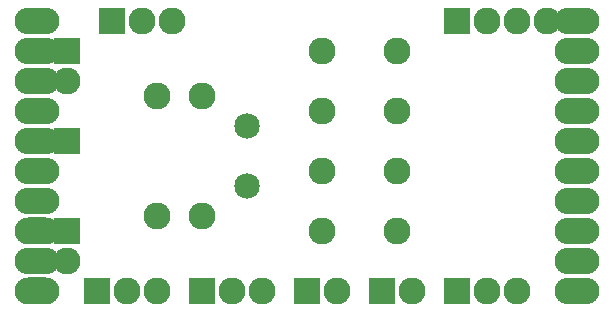
<source format=gbs>
G04 (created by PCBNEW-RS274X (2011-nov-30)-testing) date Sun 24 Jun 2012 01:39:46 PM CEST*
%MOIN*%
G04 Gerber Fmt 3.4, Leading zero omitted, Abs format*
%FSLAX34Y34*%
G01*
G70*
G90*
G04 APERTURE LIST*
%ADD10C,0.006*%
%ADD11C,0.09*%
%ADD12R,0.09X0.09*%
%ADD13C,0.085*%
%ADD14O,0.1487X0.0892*%
%ADD15O,0.1487X0.09*%
G04 APERTURE END LIST*
G54D10*
G54D11*
X6000Y3000D03*
X6000Y7000D03*
X4500Y7000D03*
X4500Y3000D03*
X12500Y8500D03*
X12500Y6500D03*
X12500Y4500D03*
X12500Y2500D03*
X10000Y8500D03*
X10000Y6500D03*
X10000Y4500D03*
X10000Y2500D03*
G54D12*
X14500Y9500D03*
G54D11*
X15500Y9500D03*
X16500Y9500D03*
X17500Y9500D03*
G54D12*
X6000Y500D03*
G54D11*
X7000Y500D03*
X8000Y500D03*
G54D12*
X14500Y500D03*
G54D11*
X15500Y500D03*
X16500Y500D03*
G54D12*
X2500Y500D03*
G54D11*
X3500Y500D03*
X4500Y500D03*
G54D12*
X9500Y500D03*
G54D11*
X10500Y500D03*
G54D12*
X12000Y500D03*
G54D11*
X13000Y500D03*
G54D12*
X3000Y9500D03*
G54D11*
X4000Y9500D03*
X5000Y9500D03*
G54D12*
X1500Y2500D03*
G54D11*
X1500Y1500D03*
G54D12*
X1500Y5500D03*
X1500Y8500D03*
G54D11*
X1500Y7500D03*
G54D13*
X7500Y4000D03*
X7500Y6000D03*
G54D14*
X500Y9500D03*
X500Y8500D03*
X500Y7500D03*
X500Y6500D03*
X500Y5500D03*
X500Y4500D03*
X500Y3500D03*
G54D15*
X500Y2500D03*
G54D14*
X500Y1500D03*
G54D15*
X500Y500D03*
G54D14*
X18500Y500D03*
X18500Y1500D03*
X18500Y2500D03*
X18500Y3500D03*
X18500Y4500D03*
X18500Y5500D03*
X18500Y6500D03*
X18500Y7500D03*
X18500Y8500D03*
X18500Y9500D03*
M02*

</source>
